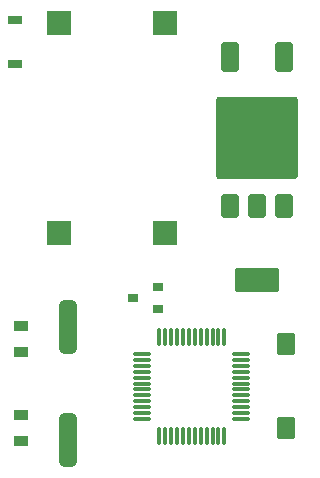
<source format=gtp>
G04*
G04 #@! TF.GenerationSoftware,Altium Limited,Altium Designer,22.7.1 (60)*
G04*
G04 Layer_Color=8421504*
%FSLAX44Y44*%
%MOMM*%
G71*
G04*
G04 #@! TF.SameCoordinates,970EA138-478C-41D8-9FC6-09D8BA0D9F19*
G04*
G04*
G04 #@! TF.FilePolarity,Positive*
G04*
G01*
G75*
%ADD15R,0.9000X0.7000*%
%ADD16R,1.3000X0.9000*%
G04:AMPARAMS|DCode=17|XSize=1.44mm|YSize=0.28mm|CornerRadius=0.035mm|HoleSize=0mm|Usage=FLASHONLY|Rotation=0.000|XOffset=0mm|YOffset=0mm|HoleType=Round|Shape=RoundedRectangle|*
%AMROUNDEDRECTD17*
21,1,1.4400,0.2100,0,0,0.0*
21,1,1.3700,0.2800,0,0,0.0*
1,1,0.0700,0.6850,-0.1050*
1,1,0.0700,-0.6850,-0.1050*
1,1,0.0700,-0.6850,0.1050*
1,1,0.0700,0.6850,0.1050*
%
%ADD17ROUNDEDRECTD17*%
G04:AMPARAMS|DCode=18|XSize=0.28mm|YSize=1.44mm|CornerRadius=0.035mm|HoleSize=0mm|Usage=FLASHONLY|Rotation=0.000|XOffset=0mm|YOffset=0mm|HoleType=Round|Shape=RoundedRectangle|*
%AMROUNDEDRECTD18*
21,1,0.2800,1.3700,0,0,0.0*
21,1,0.2100,1.4400,0,0,0.0*
1,1,0.0700,0.1050,-0.6850*
1,1,0.0700,-0.1050,-0.6850*
1,1,0.0700,-0.1050,0.6850*
1,1,0.0700,0.1050,0.6850*
%
%ADD18ROUNDEDRECTD18*%
G04:AMPARAMS|DCode=19|XSize=1.6mm|YSize=1.8mm|CornerRadius=0.16mm|HoleSize=0mm|Usage=FLASHONLY|Rotation=0.000|XOffset=0mm|YOffset=0mm|HoleType=Round|Shape=RoundedRectangle|*
%AMROUNDEDRECTD19*
21,1,1.6000,1.4800,0,0,0.0*
21,1,1.2800,1.8000,0,0,0.0*
1,1,0.3200,0.6400,-0.7400*
1,1,0.3200,-0.6400,-0.7400*
1,1,0.3200,-0.6400,0.7400*
1,1,0.3200,0.6400,0.7400*
%
%ADD19ROUNDEDRECTD19*%
G04:AMPARAMS|DCode=20|XSize=3.8mm|YSize=2mm|CornerRadius=0.2mm|HoleSize=0mm|Usage=FLASHONLY|Rotation=180.000|XOffset=0mm|YOffset=0mm|HoleType=Round|Shape=RoundedRectangle|*
%AMROUNDEDRECTD20*
21,1,3.8000,1.6000,0,0,180.0*
21,1,3.4000,2.0000,0,0,180.0*
1,1,0.4000,-1.7000,0.8000*
1,1,0.4000,1.7000,0.8000*
1,1,0.4000,1.7000,-0.8000*
1,1,0.4000,-1.7000,-0.8000*
%
%ADD20ROUNDEDRECTD20*%
G04:AMPARAMS|DCode=21|XSize=1.5mm|YSize=2mm|CornerRadius=0.15mm|HoleSize=0mm|Usage=FLASHONLY|Rotation=180.000|XOffset=0mm|YOffset=0mm|HoleType=Round|Shape=RoundedRectangle|*
%AMROUNDEDRECTD21*
21,1,1.5000,1.7000,0,0,180.0*
21,1,1.2000,2.0000,0,0,180.0*
1,1,0.3000,-0.6000,0.8500*
1,1,0.3000,0.6000,0.8500*
1,1,0.3000,0.6000,-0.8500*
1,1,0.3000,-0.6000,-0.8500*
%
%ADD21ROUNDEDRECTD21*%
G04:AMPARAMS|DCode=22|XSize=1.5mm|YSize=2.5mm|CornerRadius=0.15mm|HoleSize=0mm|Usage=FLASHONLY|Rotation=180.000|XOffset=0mm|YOffset=0mm|HoleType=Round|Shape=RoundedRectangle|*
%AMROUNDEDRECTD22*
21,1,1.5000,2.2000,0,0,180.0*
21,1,1.2000,2.5000,0,0,180.0*
1,1,0.3000,-0.6000,1.1000*
1,1,0.3000,0.6000,1.1000*
1,1,0.3000,0.6000,-1.1000*
1,1,0.3000,-0.6000,-1.1000*
%
%ADD22ROUNDEDRECTD22*%
G04:AMPARAMS|DCode=23|XSize=7mm|YSize=7mm|CornerRadius=0.35mm|HoleSize=0mm|Usage=FLASHONLY|Rotation=180.000|XOffset=0mm|YOffset=0mm|HoleType=Round|Shape=RoundedRectangle|*
%AMROUNDEDRECTD23*
21,1,7.0000,6.3000,0,0,180.0*
21,1,6.3000,7.0000,0,0,180.0*
1,1,0.7000,-3.1500,3.1500*
1,1,0.7000,3.1500,3.1500*
1,1,0.7000,3.1500,-3.1500*
1,1,0.7000,-3.1500,-3.1500*
%
%ADD23ROUNDEDRECTD23*%
%ADD24R,2.0000X2.0000*%
%ADD25R,1.2000X0.7000*%
G04:AMPARAMS|DCode=26|XSize=4.5mm|YSize=1.5mm|CornerRadius=0.375mm|HoleSize=0mm|Usage=FLASHONLY|Rotation=90.000|XOffset=0mm|YOffset=0mm|HoleType=Round|Shape=RoundedRectangle|*
%AMROUNDEDRECTD26*
21,1,4.5000,0.7500,0,0,90.0*
21,1,3.7500,1.5000,0,0,90.0*
1,1,0.7500,0.3750,1.8750*
1,1,0.7500,0.3750,-1.8750*
1,1,0.7500,-0.3750,-1.8750*
1,1,0.7500,-0.3750,1.8750*
%
%ADD26ROUNDEDRECTD26*%
D15*
X511000Y930500D02*
D03*
Y949500D02*
D03*
X490000Y940000D02*
D03*
D16*
X395000Y819000D02*
D03*
Y841000D02*
D03*
Y916000D02*
D03*
Y894000D02*
D03*
D17*
X581850Y892500D02*
D03*
Y887500D02*
D03*
Y882500D02*
D03*
Y877500D02*
D03*
Y872500D02*
D03*
Y867500D02*
D03*
Y862500D02*
D03*
Y857500D02*
D03*
Y852500D02*
D03*
Y847500D02*
D03*
Y842500D02*
D03*
Y837500D02*
D03*
X498150D02*
D03*
Y842500D02*
D03*
Y847500D02*
D03*
Y852500D02*
D03*
Y857500D02*
D03*
Y862500D02*
D03*
Y867500D02*
D03*
Y872500D02*
D03*
Y877500D02*
D03*
Y882500D02*
D03*
Y887500D02*
D03*
Y892500D02*
D03*
D18*
X512500Y906850D02*
D03*
X517500D02*
D03*
X522500D02*
D03*
X527500D02*
D03*
X532500D02*
D03*
X537500D02*
D03*
X542500D02*
D03*
X547500D02*
D03*
X552500D02*
D03*
X557500D02*
D03*
X562500D02*
D03*
X567500D02*
D03*
Y823150D02*
D03*
X562500D02*
D03*
X557500D02*
D03*
X552500D02*
D03*
X547500D02*
D03*
X542500D02*
D03*
X537500D02*
D03*
X532500D02*
D03*
X527500D02*
D03*
X522500D02*
D03*
X517500D02*
D03*
X512500D02*
D03*
D19*
X620000Y830000D02*
D03*
Y901250D02*
D03*
D20*
X595000Y955000D02*
D03*
D21*
X572000Y1018000D02*
D03*
X595000D02*
D03*
X618000D02*
D03*
D22*
Y1144000D02*
D03*
X572000D02*
D03*
D23*
X595000Y1075000D02*
D03*
D24*
X517545Y1172470D02*
D03*
Y994670D02*
D03*
X427375Y1172470D02*
D03*
Y994670D02*
D03*
D25*
X390000Y1175000D02*
D03*
Y1138000D02*
D03*
D26*
X435000Y915000D02*
D03*
Y820000D02*
D03*
M02*

</source>
